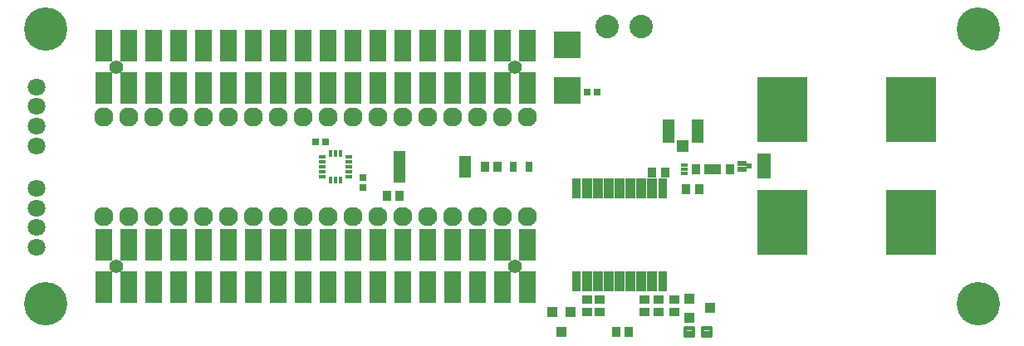
<source format=gts>
G75*
%MOIN*%
%OFA0B0*%
%FSLAX25Y25*%
%IPPOS*%
%LPD*%
%AMOC8*
5,1,8,0,0,1.08239X$1,22.5*
%
%ADD10R,0.02769X0.01784*%
%ADD11R,0.01784X0.02769*%
%ADD12R,0.02769X0.02769*%
%ADD13R,0.03900X0.04300*%
%ADD14C,0.09400*%
%ADD15R,0.10800X0.10800*%
%ADD16C,0.07700*%
%ADD17R,0.06800X0.12800*%
%ADD18C,0.05524*%
%ADD19C,0.01421*%
%ADD20R,0.03556X0.04343*%
%ADD21R,0.04343X0.03556*%
%ADD22R,0.03556X0.07887*%
%ADD23R,0.03950X0.07887*%
%ADD24C,0.01702*%
%ADD25R,0.04737X0.04934*%
%ADD26R,0.04934X0.09461*%
%ADD27R,0.03162X0.03950*%
%ADD28R,0.05524X0.09855*%
%ADD29R,0.20485X0.26391*%
%ADD30C,0.07099*%
%ADD31R,0.02178X0.02473*%
%ADD32R,0.04737X0.08674*%
%ADD33R,0.05131X0.12611*%
%ADD34R,0.04343X0.03950*%
%ADD35C,0.17398*%
D10*
X0156595Y0125191D03*
X0156595Y0127159D03*
X0156595Y0129128D03*
X0156595Y0131096D03*
X0156595Y0133065D03*
X0167225Y0133065D03*
X0167225Y0131096D03*
X0167225Y0129128D03*
X0167225Y0127159D03*
X0167225Y0125191D03*
D11*
X0163879Y0123813D03*
X0161910Y0123813D03*
X0159942Y0123813D03*
X0159942Y0134443D03*
X0161910Y0134443D03*
X0163879Y0134443D03*
D12*
X0157753Y0138990D03*
X0153753Y0138990D03*
X0172753Y0124801D03*
X0172753Y0120801D03*
X0262745Y0159092D03*
X0266745Y0159092D03*
D13*
X0256318Y0070793D03*
X0248718Y0070793D03*
X0252518Y0062793D03*
D14*
X0270863Y0185293D03*
X0284642Y0185293D03*
D15*
X0254839Y0178173D03*
X0254839Y0159673D03*
D16*
X0238934Y0149128D03*
X0228934Y0149128D03*
X0218934Y0149128D03*
X0208934Y0149128D03*
X0198934Y0149128D03*
X0188934Y0149128D03*
X0178934Y0149128D03*
X0168934Y0149128D03*
X0158934Y0149128D03*
X0148934Y0149128D03*
X0138934Y0149128D03*
X0128934Y0149128D03*
X0118934Y0149128D03*
X0108934Y0149128D03*
X0098934Y0149128D03*
X0088934Y0149128D03*
X0078934Y0149128D03*
X0068934Y0149128D03*
X0068934Y0109128D03*
X0078934Y0109128D03*
X0088934Y0109128D03*
X0098934Y0109128D03*
X0108934Y0109128D03*
X0118934Y0109128D03*
X0128934Y0109128D03*
X0138934Y0109128D03*
X0148934Y0109128D03*
X0158934Y0109128D03*
X0168934Y0109128D03*
X0178934Y0109128D03*
X0188934Y0109128D03*
X0198934Y0109128D03*
X0208934Y0109128D03*
X0218934Y0109128D03*
X0228934Y0109128D03*
X0238934Y0109128D03*
D17*
X0238934Y0097628D03*
X0228934Y0097628D03*
X0218934Y0097628D03*
X0208934Y0097628D03*
X0198934Y0097628D03*
X0188934Y0097628D03*
X0178934Y0097628D03*
X0168934Y0097628D03*
X0158934Y0097628D03*
X0148934Y0097628D03*
X0138934Y0097628D03*
X0128934Y0097628D03*
X0118934Y0097628D03*
X0108934Y0097628D03*
X0098934Y0097628D03*
X0088934Y0097628D03*
X0078934Y0097628D03*
X0068934Y0097628D03*
X0068934Y0080628D03*
X0078934Y0080628D03*
X0088934Y0080628D03*
X0098934Y0080628D03*
X0108934Y0080628D03*
X0118934Y0080628D03*
X0128934Y0080628D03*
X0138934Y0080628D03*
X0148934Y0080628D03*
X0158934Y0080628D03*
X0168934Y0080628D03*
X0178934Y0080628D03*
X0188934Y0080628D03*
X0198934Y0080628D03*
X0208934Y0080628D03*
X0218934Y0080628D03*
X0228934Y0080628D03*
X0238934Y0080628D03*
X0238934Y0160628D03*
X0228934Y0160628D03*
X0218934Y0160628D03*
X0208934Y0160628D03*
X0198934Y0160628D03*
X0188934Y0160628D03*
X0178934Y0160628D03*
X0168934Y0160628D03*
X0158934Y0160628D03*
X0148934Y0160628D03*
X0138934Y0160628D03*
X0128934Y0160628D03*
X0118934Y0160628D03*
X0108934Y0160628D03*
X0098934Y0160628D03*
X0088934Y0160628D03*
X0078934Y0160628D03*
X0068934Y0160628D03*
X0068934Y0177628D03*
X0078934Y0177628D03*
X0088934Y0177628D03*
X0098934Y0177628D03*
X0108934Y0177628D03*
X0118934Y0177628D03*
X0128934Y0177628D03*
X0138934Y0177628D03*
X0148934Y0177628D03*
X0158934Y0177628D03*
X0168934Y0177628D03*
X0178934Y0177628D03*
X0188934Y0177628D03*
X0198934Y0177628D03*
X0208934Y0177628D03*
X0218934Y0177628D03*
X0228934Y0177628D03*
X0238934Y0177628D03*
D18*
X0233934Y0169128D03*
X0233934Y0089128D03*
X0073934Y0089128D03*
X0073934Y0169128D03*
D19*
X0302307Y0064451D02*
X0302307Y0061135D01*
X0302307Y0064451D02*
X0305623Y0064451D01*
X0305623Y0061135D01*
X0302307Y0061135D01*
X0302307Y0062555D02*
X0305623Y0062555D01*
X0305623Y0063975D02*
X0302307Y0063975D01*
X0309213Y0064451D02*
X0309213Y0061135D01*
X0309213Y0064451D02*
X0312529Y0064451D01*
X0312529Y0061135D01*
X0309213Y0061135D01*
X0309213Y0062555D02*
X0312529Y0062555D01*
X0312529Y0063975D02*
X0309213Y0063975D01*
D20*
X0279477Y0062793D03*
X0274359Y0062793D03*
X0187477Y0117293D03*
X0182359Y0117293D03*
X0221839Y0129128D03*
X0226957Y0129128D03*
X0288946Y0126923D03*
X0294064Y0126923D03*
X0302591Y0120258D03*
X0307709Y0120258D03*
X0306383Y0128222D03*
X0311501Y0128222D03*
X0314946Y0128222D03*
X0320064Y0128222D03*
D21*
X0297918Y0075852D03*
X0291418Y0075852D03*
X0285918Y0075852D03*
X0285918Y0070734D03*
X0291418Y0070734D03*
X0297918Y0070734D03*
X0267918Y0070734D03*
X0262918Y0070734D03*
X0262918Y0075852D03*
X0267918Y0075852D03*
D22*
X0258658Y0083010D03*
X0293304Y0083010D03*
X0293304Y0120411D03*
X0258658Y0120411D03*
D23*
X0262989Y0120411D03*
X0267320Y0120411D03*
X0271650Y0120411D03*
X0275981Y0120411D03*
X0280312Y0120411D03*
X0284642Y0120411D03*
X0288973Y0120411D03*
X0288973Y0083010D03*
X0284642Y0083010D03*
X0280312Y0083010D03*
X0275981Y0083010D03*
X0271650Y0083010D03*
X0267320Y0083010D03*
X0262989Y0083010D03*
D24*
X0301056Y0126537D03*
X0302631Y0126537D03*
X0302631Y0128112D03*
X0302631Y0129687D03*
X0301056Y0129687D03*
X0301056Y0128112D03*
D25*
X0301272Y0137275D03*
D26*
X0295465Y0143289D03*
X0307079Y0143289D03*
D27*
X0239595Y0129128D03*
X0233296Y0129128D03*
D28*
X0333808Y0129403D03*
D29*
X0341288Y0152041D03*
X0392863Y0152041D03*
X0392863Y0106765D03*
X0341288Y0106765D03*
D30*
X0041926Y0104655D03*
X0041926Y0096781D03*
X0041926Y0112529D03*
X0041926Y0120403D03*
X0041926Y0137600D03*
X0041926Y0145474D03*
X0041926Y0153348D03*
X0041926Y0161222D03*
D31*
X0324032Y0130515D03*
X0326001Y0130515D03*
X0326001Y0128252D03*
X0324032Y0128252D03*
X0327969Y0129384D03*
D32*
X0213920Y0129128D03*
D33*
X0187542Y0129128D03*
D34*
X0303981Y0076033D03*
X0312249Y0072293D03*
X0303981Y0068553D03*
D35*
X0045666Y0074041D03*
X0045666Y0184277D03*
X0419682Y0184277D03*
X0419682Y0074041D03*
M02*

</source>
